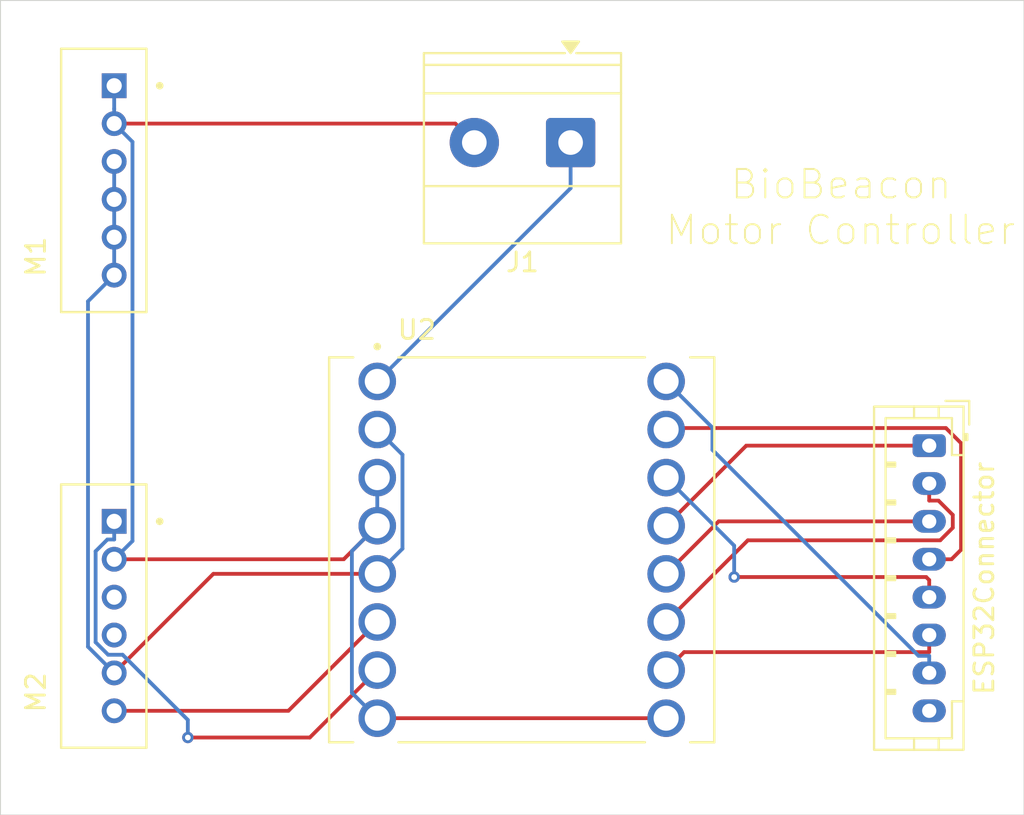
<source format=kicad_pcb>
(kicad_pcb (version 20241229) (generator "pcbnew") (generator_version "9.0")
  (layers (0 "F.Cu" signal) (2 "B.Cu" signal) (13 "F.Paste" user) (15 "B.Paste" user) (5 "F.SilkS" user "F.Silkscreen") (7 "B.SilkS" user "B.Silkscreen") (1 "F.Mask" user) (3 "B.Mask" user) (25 "Edge.Cuts" user))
  (net 0 "")
  (net 1 "Net-(J1-Pin_1)")
  (net 2 "GND")
  (net 3 "Net-(M1-Pin_3)")
  (net 5 "Net-(M2-Pin_1)")
  (net 6 "Net-(M2-Pin_6)")
  (net 8 "Net-(J2-Pin_4)")
  (net 9 "Net-(J2-Pin_3)")
  (net 10 "Net-(J2-Pin_5)")
  (net 11 "Net-(J2-Pin_1)")
  (net 12 "Net-(J2-Pin_7)")
  (net 13 "Net-(J2-Pin_6)")
  (net 14 "Net-(J2-Pin_2)")
  (footprint "Connector_JST:JST_PH_B8B-PH-K_1x08_P2.00mm_Vertical" (layer "F.Cu") (at 177.5 76 -90)
    (property "Reference" "ESP32Connector" (at 7 -2.9 90) (layer "F.SilkS"))
    (property "Value" "Conn_01x08_Socket")
    (fp_line (start -1.45 2.3) (end 15.45 2.3) (stroke (width 0.12)) (layer "F.SilkS"))
    (fp_line (start 0.9 2.3) (end 0.9 1.8) (stroke (width 0.12)) (layer "F.SilkS"))
    (fp_line (start 1 2.3) (end 1 1.8) (stroke (width 0.12)) (layer "F.SilkS"))
    (fp_line (start 2.9 2.3) (end 2.9 1.8) (stroke (width 0.12)) (layer "F.SilkS"))
    (fp_line (start 3 2.3) (end 3 1.8) (stroke (width 0.12)) (layer "F.SilkS"))
    (fp_line (start 4.9 2.3) (end 4.9 1.8) (stroke (width 0.12)) (layer "F.SilkS"))
    (fp_line (start 5 2.3) (end 5 1.8) (stroke (width 0.12)) (layer "F.SilkS"))
    (fp_line (start 6.9 2.3) (end 6.9 1.8) (stroke (width 0.12)) (layer "F.SilkS"))
    (fp_line (start 7 2.3) (end 7 1.8) (stroke (width 0.12)) (layer "F.SilkS"))
    (fp_line (start 8.9 2.3) (end 8.9 1.8) (stroke (width 0.12)) (layer "F.SilkS"))
    (fp_line (start 9 2.3) (end 9 1.8) (stroke (width 0.12)) (layer "F.SilkS"))
    (fp_line (start 10.9 2.3) (end 10.9 1.8) (stroke (width 0.12)) (layer "F.SilkS"))
    (fp_line (start 11 2.3) (end 11 1.8) (stroke (width 0.12)) (layer "F.SilkS"))
    (fp_line (start 12.9 2.3) (end 12.9 1.8) (stroke (width 0.12)) (layer "F.SilkS"))
    (fp_line (start 13 2.3) (end 13 1.8) (stroke (width 0.12)) (layer "F.SilkS"))
    (fp_line (start 15.45 2.3) (end 15.45 -1.2) (stroke (width 0.12)) (layer "F.SilkS"))
    (fp_line (start 0.9 1.8) (end 1.1 1.8) (stroke (width 0.12)) (layer "F.SilkS"))
    (fp_line (start 1.1 1.8) (end 1.1 2.3) (stroke (width 0.12)) (layer "F.SilkS"))
    (fp_line (start 2.9 1.8) (end 3.1 1.8) (stroke (width 0.12)) (layer "F.SilkS"))
    (fp_line (start 3.1 1.8) (end 3.1 2.3) (stroke (width 0.12)) (layer "F.SilkS"))
    (fp_line (start 4.9 1.8) (end 5.1 1.8) (stroke (width 0.12)) (layer "F.SilkS"))
    (fp_line (start 5.1 1.8) (end 5.1 2.3) (stroke (width 0.12)) (layer "F.SilkS"))
    (fp_line (start 6.9 1.8) (end 7.1 1.8) (stroke (width 0.12)) (layer "F.SilkS"))
    (fp_line (start 7.1 1.8) (end 7.1 2.3) (stroke (width 0.12)) (layer "F.SilkS"))
    (fp_line (start 8.9 1.8) (end 9.1 1.8) (stroke (width 0.12)) (layer "F.SilkS"))
    (fp_line (start 9.1 1.8) (end 9.1 2.3) (stroke (width 0.12)) (layer "F.SilkS"))
    (fp_line (start 10.9 1.8) (end 11.1 1.8) (stroke (width 0.12)) (layer "F.SilkS"))
    (fp_line (start 11.1 1.8) (end 11.1 2.3) (stroke (width 0.12)) (layer "F.SilkS"))
    (fp_line (start 12.9 1.8) (end 13.1 1.8) (stroke (width 0.12)) (layer "F.SilkS"))
    (fp_line (start 13.1 1.8) (end 13.1 2.3) (stroke (width 0.12)) (layer "F.SilkS"))
    (fp_line (start -2.06 0.8) (end -1.45 0.8) (stroke (width 0.12)) (layer "F.SilkS"))
    (fp_line (start 16.06 0.8) (end 15.45 0.8) (stroke (width 0.12)) (layer "F.SilkS"))
    (fp_line (start -2.06 -0.5) (end -1.45 -0.5) (stroke (width 0.12)) (layer "F.SilkS"))
    (fp_line (start 16.06 -0.5) (end 15.45 -0.5) (stroke (width 0.12)) (layer "F.SilkS"))
    (fp_line (start -1.45 -1.2) (end -1.45 2.3) (stroke (width 0.12)) (layer "F.SilkS"))
    (fp_line (start 0.5 -1.2) (end -1.45 -1.2) (stroke (width 0.12)) (layer "F.SilkS"))
    (fp_line (start 13.5 -1.2) (end 13.5 -1.81) (stroke (width 0.12)) (layer "F.SilkS"))
    (fp_line (start 15.45 -1.2) (end 13.5 -1.2) (stroke (width 0.12)) (layer "F.SilkS"))
    (fp_line (start -0.3 -1.81) (end -0.3 -2.01) (stroke (width 0.12)) (layer "F.SilkS"))
    (fp_line (start 0.5 -1.81) (end 0.5 -1.2) (stroke (width 0.12)) (layer "F.SilkS"))
    (fp_line (start -0.3 -1.91) (end -0.6 -1.91) (stroke (width 0.12)) (layer "F.SilkS"))
    (fp_line (start -0.6 -2.01) (end -0.6 -1.81) (stroke (width 0.12)) (layer "F.SilkS"))
    (fp_line (start -0.3 -2.01) (end -0.6 -2.01) (stroke (width 0.12)) (layer "F.SilkS"))
    (fp_line (start -2.36 -2.11) (end -2.36 -0.86) (stroke (width 0.12)) (layer "F.SilkS"))
    (fp_line (start -1.11 -2.11) (end -2.36 -2.11) (stroke (width 0.12)) (layer "F.SilkS"))
    (fp_rect (start -2.06 -1.81) (end 16.06 2.91) (stroke (width 0.12)) (fill no) (layer "F.SilkS"))
    (pad "1" thru_hole roundrect (at 0 0 270) (size 1.2 1.75) (drill 0.75) (layers "*.Cu" "*.Mask") (roundrect_rratio 0.208333) (net 11 "Net-(J2-Pin_1)"))
    (pad "2" thru_hole oval (at 2 0 270) (size 1.2 1.75) (drill 0.75) (layers "*.Cu" "*.Mask") (net 14 "Net-(J2-Pin_2)"))
    (pad "3" thru_hole oval (at 4 0 270) (size 1.2 1.75) (drill 0.75) (layers "*.Cu" "*.Mask") (net 9 "Net-(J2-Pin_3)"))
    (pad "4" thru_hole oval (at 6 0 270) (size 1.2 1.75) (drill 0.75) (layers "*.Cu" "*.Mask") (net 8 "Net-(J2-Pin_4)"))
    (pad "5" thru_hole oval (at 8 0 270) (size 1.2 1.75) (drill 0.75) (layers "*.Cu" "*.Mask") (net 10 "Net-(J2-Pin_5)"))
    (pad "6" thru_hole oval (at 10 0 270) (size 1.2 1.75) (drill 0.75) (layers "*.Cu" "*.Mask") (net 13 "Net-(J2-Pin_6)"))
    (pad "7" thru_hole oval (at 12 0 270) (size 1.2 1.75) (drill 0.75) (layers "*.Cu" "*.Mask") (net 12 "Net-(J2-Pin_7)"))
    (pad "8" thru_hole oval (at 14 0 270) (size 1.2 1.75) (drill 0.75) (layers "*.Cu" "*.Mask"))
  )
  (footprint "B6B-PH-K:JST_B6B-PH-K" (layer "F.Cu") (at 133.95 62 90)
    (property "Reference" "M1" (at -4.025 -3.585 90) (layer "F.SilkS"))
    (property "Value" "Conn_01x06")
    (fp_line (start 6.95 -2.25) (end 6.95 2.25) (stroke (width 0.127)) (layer "F.SilkS"))
    (fp_line (start -6.95 -2.25) (end 6.95 -2.25) (stroke (width 0.127)) (layer "F.SilkS"))
    (fp_line (start 6.95 2.25) (end -6.95 2.25) (stroke (width 0.127)) (layer "F.SilkS"))
    (fp_line (start -6.95 2.25) (end -6.95 -2.25) (stroke (width 0.127)) (layer "F.SilkS"))
    (fp_circle (center 5 2.95) (end 5.1 2.95) (stroke (width 0.2)) (fill no) (layer "F.SilkS"))
    (pad "1" thru_hole rect (at 5 0.55 90) (size 1.308 1.308) (drill 0.8) (layers "*.Cu" "*.Mask") (net 2 "GND"))
    (pad "2" thru_hole circle (at 3 0.55 90) (size 1.308 1.308) (drill 0.8) (layers "*.Cu" "*.Mask") (net 2 "GND"))
    (pad "3" thru_hole circle (at 1 0.55 90) (size 1.308 1.308) (drill 0.8) (layers "*.Cu" "*.Mask") (net 3 "Net-(M1-Pin_3)"))
    (pad "4" thru_hole circle (at -1 0.55 90) (size 1.308 1.308) (drill 0.8) (layers "*.Cu" "*.Mask") (net 3 "Net-(M1-Pin_3)"))
    (pad "5" thru_hole circle (at -3 0.55 90) (size 1.308 1.308) (drill 0.8) (layers "*.Cu" "*.Mask") (net 3 "Net-(M1-Pin_3)"))
    (pad "6" thru_hole circle (at -5 0.55 90) (size 1.308 1.308) (drill 0.8) (layers "*.Cu" "*.Mask") (net 3 "Net-(M1-Pin_3)"))
  )
  (footprint "TerminalBlock_Phoenix:TerminalBlock_Phoenix_MKDS-1,5-2-5.08_1x02_P5.08mm_Horizontal" (layer "F.Cu") (at 158.58 60 180)
    (property "Reference" "J1" (at 2.54 -6.32 0) (layer "F.SilkS"))
    (property "Value" "Screw_Terminal_01x02")
    (fp_line (start 7.74 4.72) (end 0.3 4.72) (stroke (width 0.12)) (layer "F.SilkS"))
    (fp_line (start 7.74 -5.32) (end 7.74 4.72) (stroke (width 0.12)) (layer "F.SilkS"))
    (fp_line (start -0.3 4.72) (end -2.66 4.72) (stroke (width 0.12)) (layer "F.SilkS"))
    (fp_line (start -2.66 4.72) (end -2.66 -5.32) (stroke (width 0.12)) (layer "F.SilkS"))
    (fp_line (start -2.66 4.1) (end 7.74 4.1) (stroke (width 0.12)) (layer "F.SilkS"))
    (fp_line (start -2.66 2.6) (end 7.74 2.6) (stroke (width 0.12)) (layer "F.SilkS"))
    (fp_line (start -2.66 -2.3) (end 7.74 -2.3) (stroke (width 0.12)) (layer "F.SilkS"))
    (fp_line (start -2.66 -5.32) (end 7.74 -5.32) (stroke (width 0.12)) (layer "F.SilkS"))
    (fp_poly (pts (xy 0 4.72) (xy 0.44 5.33) (xy -0.44 5.33)) (stroke (width 0.12)) (fill yes) (layer "F.SilkS"))
    (pad "1" thru_hole roundrect (at 0 0 180) (size 2.6 2.6) (drill 1.3) (layers "*.Cu" "*.Mask") (roundrect_rratio 0.096154) (net 1 "Net-(J1-Pin_1)"))
    (pad "2" thru_hole circle (at 5.08 0 180) (size 2.6 2.6) (drill 1.3) (layers "*.Cu" "*.Mask") (net 2 "GND"))
  )
  (footprint "ROB-14450:MODULE_ROB-14450" (layer "F.Cu") (at 156 81.5)
    (property "Reference" "U2" (at -5.5332 -11.6132 0) (layer "F.SilkS"))
    (property "Value" "ROB-14450")
    (fp_line (start -10.16 -10.16) (end -10.16 10.16) (stroke (width 0.127)) (layer "F.SilkS"))
    (fp_line (start -8.89 -10.16) (end -10.16 -10.16) (stroke (width 0.127)) (layer "F.SilkS"))
    (fp_line (start -8.89 10.16) (end -10.16 10.16) (stroke (width 0.127)) (layer "F.SilkS"))
    (fp_line (start -6.5 -10.16) (end 6.5 -10.16) (stroke (width 0.127)) (layer "F.SilkS"))
    (fp_line (start -6.5 10.16) (end 6.5 10.16) (stroke (width 0.127)) (layer "F.SilkS"))
    (fp_line (start 8.89 -10.16) (end 10.16 -10.16) (stroke (width 0.127)) (layer "F.SilkS"))
    (fp_line (start 8.89 10.16) (end 10.16 10.16) (stroke (width 0.127)) (layer "F.SilkS"))
    (fp_line (start 10.16 10.16) (end 10.16 -10.16) (stroke (width 0.127)) (layer "F.SilkS"))
    (fp_circle (center -7.62 -10.7282) (end -7.52 -10.7282) (stroke (width 0.2)) (fill no) (layer "F.SilkS"))
    (pad "1" thru_hole circle (at -7.62 -8.89) (size 1.98 1.98) (drill 1.32) (layers "*.Cu" "*.Mask") (net 1 "Net-(J1-Pin_1)"))
    (pad "2" thru_hole circle (at -7.62 -6.35) (size 1.98 1.98) (drill 1.32) (layers "*.Cu" "*.Mask") (net 3 "Net-(M1-Pin_3)"))
    (pad "3" thru_hole circle (at -7.62 -3.81) (size 1.98 1.98) (drill 1.32) (layers "*.Cu" "*.Mask") (net 2 "GND"))
    (pad "4" thru_hole circle (at -7.62 -1.27) (size 1.98 1.98) (drill 1.32) (layers "*.Cu" "*.Mask") (net 2 "GND"))
    (pad "5" thru_hole circle (at -7.62 1.27) (size 1.98 1.98) (drill 1.32) (layers "*.Cu" "*.Mask") (net 3 "Net-(M1-Pin_3)"))
    (pad "6" thru_hole circle (at -7.62 3.81) (size 1.98 1.98) (drill 1.32) (layers "*.Cu" "*.Mask") (net 6 "Net-(M2-Pin_6)"))
    (pad "7" thru_hole circle (at -7.62 6.35) (size 1.98 1.98) (drill 1.32) (layers "*.Cu" "*.Mask") (net 5 "Net-(M2-Pin_1)"))
    (pad "8" thru_hole circle (at -7.62 8.89) (size 1.98 1.98) (drill 1.32) (layers "*.Cu" "*.Mask") (net 2 "GND"))
    (pad "9" thru_hole circle (at 7.62 8.89) (size 1.98 1.98) (drill 1.32) (layers "*.Cu" "*.Mask") (net 2 "GND"))
    (pad "10" thru_hole circle (at 7.62 6.35) (size 1.98 1.98) (drill 1.32) (layers "*.Cu" "*.Mask") (net 13 "Net-(J2-Pin_6)"))
    (pad "11" thru_hole circle (at 7.62 3.81) (size 1.98 1.98) (drill 1.32) (layers "*.Cu" "*.Mask") (net 14 "Net-(J2-Pin_2)"))
    (pad "12" thru_hole circle (at 7.62 1.27) (size 1.98 1.98) (drill 1.32) (layers "*.Cu" "*.Mask") (net 9 "Net-(J2-Pin_3)"))
    (pad "13" thru_hole circle (at 7.62 -1.27) (size 1.98 1.98) (drill 1.32) (layers "*.Cu" "*.Mask") (net 11 "Net-(J2-Pin_1)"))
    (pad "14" thru_hole circle (at 7.62 -3.81) (size 1.98 1.98) (drill 1.32) (layers "*.Cu" "*.Mask") (net 10 "Net-(J2-Pin_5)"))
    (pad "15" thru_hole circle (at 7.62 -6.35) (size 1.98 1.98) (drill 1.32) (layers "*.Cu" "*.Mask") (net 8 "Net-(J2-Pin_4)"))
    (pad "16" thru_hole circle (at 7.62 -8.89) (size 1.98 1.98) (drill 1.32) (layers "*.Cu" "*.Mask") (net 12 "Net-(J2-Pin_7)"))
  )
  (footprint "B6B-PH-K:JST_B6B-PH-K" (layer "F.Cu") (at 133.95 85 90)
    (property "Reference" "M2" (at -4.025 -3.585 90) (layer "F.SilkS"))
    (property "Value" "Conn_01x06")
    (fp_line (start 6.95 -2.25) (end 6.95 2.25) (stroke (width 0.127)) (layer "F.SilkS"))
    (fp_line (start -6.95 -2.25) (end 6.95 -2.25) (stroke (width 0.127)) (layer "F.SilkS"))
    (fp_line (start 6.95 2.25) (end -6.95 2.25) (stroke (width 0.127)) (layer "F.SilkS"))
    (fp_line (start -6.95 2.25) (end -6.95 -2.25) (stroke (width 0.127)) (layer "F.SilkS"))
    (fp_circle (center 5 2.95) (end 5.1 2.95) (stroke (width 0.2)) (fill no) (layer "F.SilkS"))
    (pad "1" thru_hole rect (at 5 0.55 90) (size 1.308 1.308) (drill 0.8) (layers "*.Cu" "*.Mask") (net 5 "Net-(M2-Pin_1)"))
    (pad "2" thru_hole circle (at 3 0.55 90) (size 1.308 1.308) (drill 0.8) (layers "*.Cu" "*.Mask") (net 2 "GND"))
    (pad "3" thru_hole circle (at 1 0.55 90) (size 1.308 1.308) (drill 0.8) (layers "*.Cu" "*.Mask"))
    (pad "4" thru_hole circle (at -1 0.55 90) (size 1.308 1.308) (drill 0.8) (layers "*.Cu" "*.Mask"))
    (pad "5" thru_hole circle (at -3 0.55 90) (size 1.308 1.308) (drill 0.8) (layers "*.Cu" "*.Mask") (net 3 "Net-(M1-Pin_3)"))
    (pad "6" thru_hole circle (at -5 0.55 90) (size 1.308 1.308) (drill 0.8) (layers "*.Cu" "*.Mask") (net 6 "Net-(M2-Pin_6)"))
  )
  (gr_rect (start 128.5 52.5) (end 182.5 95.5) (stroke (width 0.05)) (fill no) (layer "Edge.Cuts"))
  (gr_text "   BioBeacon\nMotor Controller" (at 163.5 65.5 0) (layer "F.SilkS") (effects (font (size 1.5 1.5) (thickness 0.1)) (justify left bottom)))
  (segment (start 158.58 62.41) (end 158.58 60) (width 0.2) (layer "B.Cu") (net 1))
  (segment (start 148.38 72.61) (end 158.58 62.41) (width 0.2) (layer "B.Cu") (net 1))
  (segment (start 146.61 82) (end 134.5 82) (width 0.2) (layer "F.Cu") (net 2))
  (segment (start 148.38 80.23) (end 146.61 82) (width 0.2) (layer "F.Cu") (net 2))
  (segment (start 152.5 59) (end 153.5 60) (width 0.2) (layer "F.Cu") (net 2))
  (segment (start 134.5 59) (end 152.5 59) (width 0.2) (layer "F.Cu") (net 2))
  (segment (start 148.38 90.39) (end 163.62 90.39) (width 0.2) (layer "F.Cu") (net 2))
  (segment (start 134.5 58.2393) (end 134.5 58.198) (width 0.2) (layer "B.Cu") (net 2))
  (segment (start 147.0405 81.5695) (end 148.38 80.23) (width 0.2) (layer "B.Cu") (net 2))
  (segment (start 134.5 59) (end 135.4644 59.9644) (width 0.2) (layer "B.Cu") (net 2))
  (segment (start 147.0405 89.0505) (end 147.0405 81.5695) (width 0.2) (layer "B.Cu") (net 2))
  (segment (start 148.38 90.39) (end 147.0405 89.0505) (width 0.2) (layer "B.Cu") (net 2))
  (segment (start 148.38 77.69) (end 148.38 80.23) (width 0.2) (layer "B.Cu") (net 2))
  (segment (start 135.4644 59.9644) (end 135.4644 81.0356) (width 0.2) (layer "B.Cu") (net 2))
  (segment (start 135.4644 81.0356) (end 134.5 82) (width 0.2) (layer "B.Cu") (net 2))
  (segment (start 134.5 59) (end 134.5 58.2393) (width 0.2) (layer "B.Cu") (net 2))
  (segment (start 134.5 57) (end 134.5 58.198) (width 0.2) (layer "B.Cu") (net 2))
  (segment (start 139.73 82.77) (end 134.5 88) (width 0.2) (layer "F.Cu") (net 3))
  (segment (start 148.38 82.77) (end 139.73 82.77) (width 0.2) (layer "F.Cu") (net 3))
  (segment (start 134.5 61) (end 134.5 63) (width 0.2) (layer "B.Cu") (net 3))
  (segment (start 134.5 65) (end 134.5 67) (width 0.2) (layer "B.Cu") (net 3))
  (segment (start 148.38 75.15) (end 149.709 76.479) (width 0.2) (layer "B.Cu") (net 3))
  (segment (start 133.1179 86.6179) (end 134.5 88) (width 0.2) (layer "B.Cu") (net 3))
  (segment (start 149.709 76.479) (end 149.709 81.441) (width 0.2) (layer "B.Cu") (net 3))
  (segment (start 134.5 67) (end 133.1179 68.3821) (width 0.2) (layer "B.Cu") (net 3))
  (segment (start 133.1179 68.3821) (end 133.1179 86.6179) (width 0.2) (layer "B.Cu") (net 3))
  (segment (start 149.709 81.441) (end 148.38 82.77) (width 0.2) (layer "B.Cu") (net 3))
  (segment (start 134.5 63) (end 134.5 65) (width 0.2) (layer "B.Cu") (net 3))
  (segment (start 144.82 91.41) (end 148.38 87.85) (width 0.2) (layer "F.Cu") (net 5))
  (segment (start 138.3845 91.41) (end 144.82 91.41) (width 0.2) (layer "F.Cu") (net 5))
  (via (at 138.3845 91.41) (size 0.6) (drill 0.3) (layers "F.Cu" "B.Cu") (net 5))
  (segment (start 138.3845 90.4804) (end 138.3845 91.41) (width 0.2) (layer "B.Cu") (net 5))
  (segment (start 133.5196 81.5777) (end 133.5196 86.3794) (width 0.2) (layer "B.Cu") (net 5))
  (segment (start 134.9455 87.0414) (end 138.3845 90.4804) (width 0.2) (layer "B.Cu") (net 5))
  (segment (start 134.5 80.9557) (end 134.1416 80.9557) (width 0.2) (layer "B.Cu") (net 5))
  (segment (start 134.5 80) (end 134.5 80.9557) (width 0.2) (layer "B.Cu") (net 5))
  (segment (start 133.5196 86.3794) (end 134.1816 87.0414) (width 0.2) (layer "B.Cu") (net 5))
  (segment (start 134.1416 80.9557) (end 133.5196 81.5777) (width 0.2) (layer "B.Cu") (net 5))
  (segment (start 134.1816 87.0414) (end 134.9455 87.0414) (width 0.2) (layer "B.Cu") (net 5))
  (segment (start 148.38 85.31) (end 143.69 90) (width 0.2) (layer "F.Cu") (net 6))
  (segment (start 143.69 90) (end 134.5 90) (width 0.2) (layer "F.Cu") (net 6))
  (segment (start 177.5 82) (end 178.6767 82) (width 0.2) (layer "F.Cu") (net 8))
  (segment (start 179.1798 75.8712) (end 178.3805 75.0719) (width 0.2) (layer "F.Cu") (net 8))
  (segment (start 178.6767 82) (end 179.1798 81.4969) (width 0.2) (layer "F.Cu") (net 8))
  (segment (start 163.6981 75.0719) (end 163.62 75.15) (width 0.2) (layer "F.Cu") (net 8))
  (segment (start 178.3805 75.0719) (end 163.6981 75.0719) (width 0.2) (layer "F.Cu") (net 8))
  (segment (start 179.1798 81.4969) (end 179.1798 75.8712) (width 0.2) (layer "F.Cu") (net 8))
  (segment (start 163.62 82.77) (end 166.39 80) (width 0.2) (layer "F.Cu") (net 9))
  (segment (start 166.39 80) (end 177.5 80) (width 0.2) (layer "F.Cu") (net 9))
  (segment (start 167.2097 82.9383) (end 177.34 82.9383) (width 0.2) (layer "F.Cu") (net 10))
  (segment (start 177.5 84) (end 177.5 83.0983) (width 0.2) (layer "F.Cu") (net 10))
  (segment (start 177.34 82.9383) (end 177.5 83.0983) (width 0.2) (layer "F.Cu") (net 10))
  (via (at 167.2097 82.9383) (size 0.6) (drill 0.3) (layers "F.Cu" "B.Cu") (net 10))
  (segment (start 167.2097 81.2797) (end 167.2097 82.9383) (width 0.2) (layer "B.Cu") (net 10))
  (segment (start 163.62 77.69) (end 167.2097 81.2797) (width 0.2) (layer "B.Cu") (net 10))
  (segment (start 167.85 76) (end 177.5 76) (width 0.2) (layer "F.Cu") (net 11))
  (segment (start 163.62 80.23) (end 167.85 76) (width 0.2) (layer "F.Cu") (net 11))
  (segment (start 177.5 87.0983) (end 176.9364 87.0983) (width 0.2) (layer "B.Cu") (net 12))
  (segment (start 166.0635 75.0535) (end 163.62 72.61) (width 0.2) (layer "B.Cu") (net 12))
  (segment (start 166.0635 76.2254) (end 166.0635 75.0535) (width 0.2) (layer "B.Cu") (net 12))
  (segment (start 177.5 88) (end 177.5 87.0983) (width 0.2) (layer "B.Cu") (net 12))
  (segment (start 176.9364 87.0983) (end 166.0635 76.2254) (width 0.2) (layer "B.Cu") (net 12))
  (segment (start 163.62 87.85) (end 164.5683 86.9017) (width 0.2) (layer "F.Cu") (net 13))
  (segment (start 177.5 86) (end 177.5 86.9017) (width 0.2) (layer "F.Cu") (net 13))
  (segment (start 164.5683 86.9017) (end 177.5 86.9017) (width 0.2) (layer "F.Cu") (net 13))
  (segment (start 177.9865 78.9017) (end 177.5 78.9017) (width 0.2) (layer "F.Cu") (net 14))
  (segment (start 178.7431 79.6583) (end 177.9865 78.9017) (width 0.2) (layer "F.Cu") (net 14))
  (segment (start 178.0799 81) (end 178.7431 80.3368) (width 0.2) (layer "F.Cu") (net 14))
  (segment (start 178.7431 80.3368) (end 178.7431 79.6583) (width 0.2) (layer "F.Cu") (net 14))
  (segment (start 163.62 85.31) (end 167.93 81) (width 0.2) (layer "F.Cu") (net 14))
  (segment (start 167.93 81) (end 178.0799 81) (width 0.2) (layer "F.Cu") (net 14))
  (segment (start 177.5 78) (end 177.5 78.9017) (width 0.2) (layer "F.Cu") (net 14))
)
</source>
